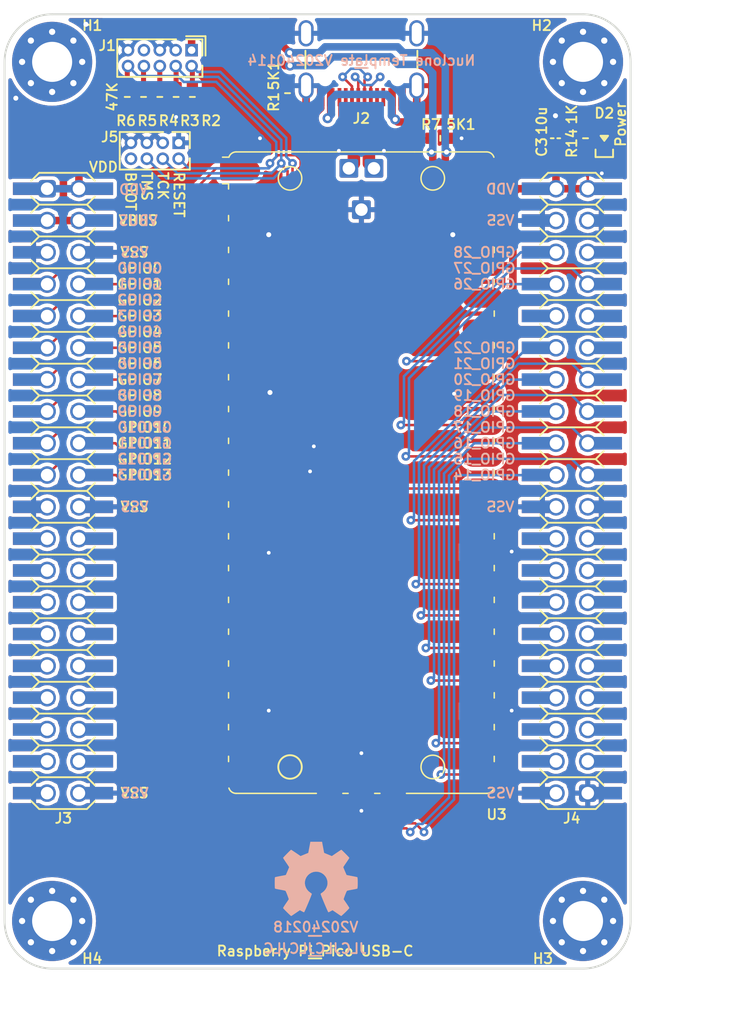
<source format=kicad_pcb>
(kicad_pcb (version 20221018) (generator pcbnew)
  (layers (0 "F.Cu" mixed) (31 "B.Cu" mixed) (34 "B.Paste" user) (35 "F.Paste" user) (36 "B.SilkS" user "B.Silkscreen") (37 "F.SilkS" user "F.Silkscreen") (38 "B.Mask" user) (39 "F.Mask" user) (44 "Edge.Cuts" user))
  (net 0 "")
  (net 1 "/VBUS")
  (net 3 "/VDD")
  (net 4 "/VSS")
  (net 5 "Net-(D2-A)")
  (net 6 "/GPIO_28")
  (net 7 "/GPIO_29")
  (net 8 "/GPIO_32")
  (net 9 "/GPIO_31")
  (net 10 "/GPIO_30")
  (net 11 "/GPIO_35")
  (net 12 "/GPIO_34")
  (net 13 "/GPIO_33")
  (net 14 "/TMS")
  (net 15 "/TCK")
  (net 16 "/TDO")
  (net 17 "/TDI")
  (net 18 "/RESET")
  (net 21 "/VSYS")
  (net 22 "/GPIO_20")
  (net 23 "/GPIO_23")
  (net 24 "/GPIO_27")
  (net 25 "/GPIO_16")
  (net 26 "/GPIO_21")
  (net 27 "/GPIO_19")
  (net 28 "/GPIO_17")
  (net 29 "/GPIO_18")
  (net 30 "/GPIO_15")
  (net 31 "/GPIO_14")
  (net 32 "/GPIO_22")
  (net 33 "/GPIO_24")
  (net 34 "/GPIO_25")
  (net 35 "/GPIO_26")
  (net 36 "/GPIO_13")
  (net 37 "/GPIO_12")
  (net 38 "/GPIO_11")
  (net 39 "/GPIO_10")
  (net 40 "/GPIO_09")
  (net 41 "/GPIO_08")
  (net 42 "/GPIO_07")
  (net 43 "/GPIO_06")
  (net 44 "/GPIO_05")
  (net 45 "/GPIO_04")
  (net 46 "/GPIO_03")
  (net 47 "/GPIO_02")
  (net 48 "/GPIO_01")
  (net 49 "/GPIO_00")
  (net 50 "/GPIO_41")
  (net 51 "/GPIO_40")
  (net 52 "/GPIO_39")
  (net 53 "/GPIO_38")
  (net 54 "/GPIO_37")
  (net 55 "/GPIO_36")
  (net 56 "/GPIO_45")
  (net 57 "/GPIO_44")
  (net 58 "/GPIO_43")
  (net 59 "/GPIO_42")
  (net 60 "/GPIO_61")
  (net 61 "/GPIO_60")
  (net 62 "/GPIO_59")
  (net 63 "/GPIO_58")
  (net 64 "/GPIO_57")
  (net 65 "/GPIO_56")
  (net 66 "/GPIO_55")
  (net 67 "/GPIO_54")
  (net 68 "/GPIO_53")
  (net 69 "/GPIO_52")
  (net 70 "/GPIO_51")
  (net 71 "/GPIO_50")
  (net 72 "/GPIO_49")
  (net 73 "/GPIO_48")
  (net 74 "/GPIO_47")
  (net 75 "/GPIO_46")
  (net 76 "Net-(J2-CC1)")
  (net 77 "/USB_D+")
  (net 78 "/USB_D-")
  (net 80 "Net-(J2-CC2)")
  (footprint "SquantorPcbOutline:MountingHole_3.2mm_M3_Pad_Via" (layer "F.Cu") (at 63.9 64.8)
    (fp_text reference "H1")
    (fp_text value "MountingHole")
  )
  (footprint "SquantorPcbOutline:MountingHole_3.2mm_M3_Pad_Via" (layer "F.Cu") (at 106.3 64.8)
    (fp_text reference "H2")
    (fp_text value "MountingHole")
  )
  (footprint "SquantorPcbOutline:MountingHole_3.2mm_M3_Pad_Via" (layer "F.Cu") (at 106.3 133.4)
    (fp_text reference "H3")
    (fp_text value "MountingHole")
  )
  (footprint "SquantorPcbOutline:MountingHole_3.2mm_M3_Pad_Via" (layer "F.Cu") (at 63.9 133.4)
    (fp_text reference "H4")
    (fp_text value "MountingHole")
  )
  (footprint "SquantorConnectors:Header-0127-2X05-H006" (layer "F.Cu") (at 72.5 64.5 180)
    (fp_text reference "J1")
    (fp_text value "JTAG_2X05")
  )
  (footprint "SquantorResistor:R_0603_hand" (layer "F.Cu") (at 73.8 67.6 -90)
    (fp_text reference "R3")
    (fp_text value "47K")
  )
  (footprint "SquantorResistor:R_0603_hand" (layer "F.Cu") (at 71.2 67.6 -90)
    (fp_text reference "R5")
    (fp_text value "47K")
  )
  (footprint "SquantorResistor:R_0603_hand" (layer "F.Cu") (at 69.9 67.6 -90)
    (fp_text reference "R6")
    (fp_text value "47K")
  )
  (footprint "SquantorLabels:Label_Generic" (layer "F.Cu") (at 84.9 135.7875)
    (fp_text reference "N4" hide)
    (fp_text value "Raspberry Pi Pico USB-C")
  )
  (footprint "SquantorDiodes:LED_0603_hand" (layer "F.Cu") (at 108 70.9 90)
    (fp_text reference "D2")
    (fp_text value "GREEN")
  )
  (footprint "SquantorResistor:R_0603_hand" (layer "F.Cu") (at 106.5 70.9 -90)
    (fp_text reference "R14")
    (fp_text value "1K")
  )
  (footprint "SquantorConnectorsNamed:nuclone_medium_right_stacked" (layer "F.Cu") (at 105.41 99.06 90)
    (fp_text reference "J4")
    (fp_text value "nuclone_medium_right")
  )
  (footprint "SquantorResistor:R_0603_hand" (layer "F.Cu") (at 75.1 67.6 -90)
    (fp_text reference "R2")
    (fp_text value "47K")
  )
  (footprint "SquantorResistor:R_0603_hand" (layer "F.Cu") (at 72.5 67.6 -90)
    (fp_text reference "R4")
    (fp_text value "47K")
  )
  (footprint "SquantorCapacitor:C_0603" (layer "F.Cu") (at 104.1 70.9 90)
    (fp_text reference "C3")
    (fp_text value "10u")
  )
  (footprint "SquantorConnectorsNamed:nuclone_medium_left_stacked" (layer "F.Cu") (at 64.77 99.06 -90)
    (fp_text reference "J3")
    (fp_text value "nuclone_medium_left")
  )
  (footprint "SquantorResistor:R_0603_hand" (layer "F.Cu") (at 82.7 67.3 -90)
    (fp_text reference "R1")
    (fp_text value "5K1")
  )
  (footprint "SquantorModules:RaspberryPi_Pico_Original_SMD_nokeepout_USB_TP_TH" (layer "F.Cu") (at 88.6 97.6)
    (fp_text reference "U3")
    (fp_text value "RaspberryPiPico")
  )
  (footprint "SquantorUsb:USB-C-HRO-31-M-12_aisler" (layer "F.Cu") (at 88.6 67.615 180)
    (fp_text reference "J2")
    (fp_text value "USB-C_PD_USB")
  )
  (footprint "SquantorResistor:R_0603_hand" (layer "F.Cu") (at 94.9 70.9 180)
    (fp_text reference "R7")
    (fp_text value "5K1")
  )
  (footprint "SquantorConnectors:Header-0127-2X04-H006" (layer "F.Cu") (at 72.1 71.9 180)
    (fp_text reference "J5")
    (fp_text value "Conn_02x06_Odd_Even")
  )
  (footprint "SquantorLabels:Label_Generic" (layer "B.Cu") (at 84.9 133.9875 180)
    (fp_text reference "N2" hide)
    (fp_text value "V20240218")
  )
  (footprint "Symbol:OSHW-Symbol_6.7x6mm_SilkScreen" (layer "B.Cu") (at 85 130.05 180)
    (fp_text reference "N1" hide)
    (fp_text value "OHWLOGO" hide)
  )
  (footprint "SquantorLabels:Label_Generic" (layer "B.Cu") (at 84.9 135.5875 180)
    (fp_text reference "N3" hide)
    (fp_text value "JLCJLCJLCJLC")
  )
  (footprint "SquantorLabels:Label_Generic" (layer "B.Cu") (at 88.6 64.6875 180)
    (fp_text reference "N5" hide)
    (fp_text value "Nuclone Template V20240114")
  )
  (gr_line (start 76.15 62.75) (end 74.6 62.75) (stroke (width 0.15)) (layer "F.SilkS"))
  (gr_line (start 76.15 62.75) (end 76.15 64.3) (stroke (width 0.15)) (layer "F.SilkS"))
  (gr_line (start 106.3 61) (end 63.9 61) (stroke (width 0.15)) (layer "Edge.Cuts"))
  (gr_arc (start 110.1 133.4) (mid 108.987006 136.087006) (end 106.3 137.2) (stroke (width 0.15)) (layer "Edge.Cuts"))
  (gr_arc (start 63.9 137.2) (mid 61.212994 136.087006) (end 60.1 133.4) (stroke (width 0.15)) (layer "Edge.Cuts"))
  (gr_arc (start 60.1 64.8) (mid 61.212994 62.112994) (end 63.9 61) (stroke (width 0.15)) (layer "Edge.Cuts"))
  (gr_arc (start 106.3 61) (mid 108.987006 62.112994) (end 110.1 64.8) (stroke (width 0.15)) (layer "Edge.Cuts"))
  (gr_line (start 110.1 133.4) (end 110.1 64.8) (stroke (width 0.15)) (layer "Edge.Cuts"))
  (gr_line (start 60.1 64.8) (end 60.1 133.4) (stroke (width 0.15)) (layer "Edge.Cuts"))
  (gr_line (start 63.9 137.2) (end 106.3 137.2) (stroke (width 0.15)) (layer "Edge.Cuts"))
  (gr_text "Power" (at 109.3 69.8 90) (layer "F.SilkS") (effects (font (size 0.8 0.8) (thickness 0.15) bold)))
  (gr_text "RESET\nTCK\nTMS\nBOOT" (at 69.7 73.5 270) (layer "F.SilkS") (effects (font (size 0.8 0.8) (thickness 0.15) bold) (justify left bottom)))
  (segment (start 91.05 69.15) (end 91.05 67.615) (width 0.6) (layer "F.Cu") (net 1))
  (segment (start 91.3 69.4) (end 91.5 69.6) (width 0.6) (layer "F.Cu") (net 1))
  (segment (start 97.49 69.99) (end 97.49 73.47) (width 0.6) (layer "F.Cu") (net 1))
  (segment (start 91.3 69.4) (end 91.05 69.15) (width 0.6) (layer "F.Cu") (net 1))
  (segment (start 86.15 67.615) (end 86.15 69.05) (width 0.6) (layer "F.Cu") (net 1))
  (segment (start 97.1 69.6) (end 97.49 69.99) (width 0.6) (layer "F.Cu") (net 1))
  (segment (start 86.15 69.05) (end 85.9 69.3) (width 0.6) (layer "F.Cu") (net 1))
  (segment (start 91.5 69.6) (end 97.1 69.6) (width 0.6) (layer "F.Cu") (net 1))
  (via (at 91.3 69.4) (size 0.8) (drill 0.4) (layers "F.Cu" "B.Cu") (net 1))
  (via (at 85.9 69.3) (size 0.8) (drill 0.4) (layers "F.Cu" "B.Cu") (net 1))
  (segment (start 91 67.8) (end 91 69.1) (width 0.6) (layer "B.Cu") (net 1))
  (segment (start 91 69.1) (end 91.3 69.4) (width 0.6) (layer "B.Cu") (net 1))
  (segment (start 86.2 69) (end 86.2 67.8) (width 0.6) (layer "B.Cu") (net 1))
  (segment (start 86.2 67.8) (end 86.6 67.4) (width 0.6) (layer "B.Cu") (net 1))
  (segment (start 86.6 67.4) (end 90.6 67.4) (width 0.6) (layer "B.Cu") (net 1))
  (segment (start 90.6 67.4) (end 91 67.8) (width 0.6) (layer "B.Cu") (net 1))
  (segment (start 85.9 69.3) (end 86.2 69) (width 0.6) (layer "B.Cu") (net 1))
  (segment (start 100.69 81.09) (end 97.49 81.09) (width 0.6) (layer "F.Cu") (net 3))
  (segment (start 82.9 65.1) (end 82.5 65.1) (width 0.6) (layer "F.Cu") (net 3))
  (segment (start 106.68 73.98) (end 106.68 74.93) (width 0.2) (layer "F.Cu") (net 3))
  (segment (start 100.17 83.63) (end 100.7 83.1) (width 0.6) (layer "F.Cu") (net 3))
  (segment (start 100.7 80.4) (end 100.7 81.1) (width 0.6) (layer "F.Cu") (net 3))
  (segment (start 96.39 81.09) (end 97.49 81.09) (width 0.6) (layer "F.Cu") (net 3))
  (segment (start 72.5 68.45) (end 72.5 69.2) (width 0.2) (layer "F.Cu") (net 3))
  (segment (start 106.68 74.93) (end 104.14 74.93) (width 0.6) (layer "F.Cu") (net 3))
  (segment (start 72.5 69.2) (end 73.3 70) (width 0.2) (layer "F.Cu") (net 3))
  (segment (start 97.49 83.63) (end 100.17 83.63) (width 0.6) (layer "F.Cu") (net 3))
  (segment (start 71.2 68.45) (end 69.9 68.45) (width 0.2) (layer "F.Cu") (net 3))
  (segment (start 73.3 70) (end 74.2 70) (width 0.2) (layer "F.Cu") (net 3))
  (segment (start 100.7 80.4) (end 100.7 80.1) (width 0.6) (layer "F.Cu") (net 3))
  (segment (start 75.04 62.64) (end 75 62.6) (width 0.6) (layer "F.Cu") (net 3))
  (segment (start 94.3 79) (end 96.39 81.09) (width 0.6) (layer "F.Cu") (net 3))
  (segment (start 75.04 63.865) (end 75.04 62.64) (width 0.6) (layer "F.Cu") (net 3))
  (segment (start 67.3 68.3) (end 68.2 67.4) (width 0.2) (layer "F.Cu") (net 3))
  (segment (start 94.2 72) (end 94.3 72.1) (width 0.6) (layer "F.Cu") (net 3))
  (segment (start 94.3 72.1) (end 94.3 79) (width 0.6) (layer "F.Cu") (net 3))
  (segment (start 104.1 71.65) (end 104.1 73.5) (width 0.6) (layer "F.Cu") (net 3))
  (segment (start 68.2 67.4) (end 69.25 68.45) (width 0.2) (layer "F.Cu") (net 3))
  (segment (start 80 62.6) (end 75 62.6) (width 0.6) (layer "F.Cu") (net 3))
  (segment (start 68.7 66.9) (end 68.7 63) (width 0.6) (layer "F.Cu") (net 3))
  (segment (start 82.5 65.1) (end 80 62.6) (width 0.6) (layer "F.Cu") (net 3))
  (segment (start 100.7 83.1) (end 100.7 80.4) (width 0.6) (layer "F.Cu") (net 3))
  (segment (start 100.7 75.3) (end 100.7 80.1) (width 0.6) (layer "F.Cu") (net 3))
  (segment (start 100.7 81.1) (end 100.69 81.09) (width 0.6) (layer "F.Cu") (net 3))
  (segment (start 104.14 73.54) (end 104.14 74.93) (width 0.6) (layer "F.Cu") (net 3))
  (segment (start 68.7 63) (end 69.1 62.6) (width 0.6) (layer "F.Cu") (net 3))
  (segment (start 75.1 69.1) (end 75.1 68.45) (width 0.2) (layer "F.Cu") (net 3))
  (segment (start 103.06 74.93) (end 101.07 74.93) (width 0.6) (layer "F.Cu") (net 3))
  (segment (start 106.5 71.75) (end 106.5 73.8) (width 0.2) (layer "F.Cu") (net 3))
  (segment (start 104.1 73.5) (end 104.14 73.54) (width 0.6) (layer "F.Cu") (net 3))
  (segment (start 106.5 73.8) (end 106.68 73.98) (width 0.2) (layer "F.Cu") (net 3))
  (segment (start 67.3 68.3) (end 66.04 69.56) (width 0.6) (layer "F.Cu") (net 3))
  (segment (start 69.1 62.6) (end 75 62.6) (width 0.6) (layer "F.Cu") (net 3))
  (segment (start 72.5 68.45) (end 71.2 68.45) (width 0.2) (layer "F.Cu") (net 3))
  (segment (start 66.04 69.56) (end 66.04 74.93) (width 0.6) (layer "F.Cu") (net 3))
  (segment (start 69.25 68.45) (end 69.9 68.45) (width 0.2) (layer "F.Cu") (net 3))
  (segment (start 101.07 74.93) (end 100.7 75.3) (width 0.6) (layer "F.Cu") (net 3))
  (segment (start 67.3 68.3) (end 68.7 66.9) (width 0.6) (layer "F.Cu") (net 3))
  (segment (start 74.2 70) (end 75.1 69.1) (width 0.2) (layer "F.Cu") (net 3))
  (via (at 94.2 72) (size 0.8) (drill 0.4) (layers "F.Cu" "B.Cu") (net 3))
  (via (at 82.9 65.1) (size 0.8) (drill 0.4) (layers "F.Cu" "B.Cu") (net 3))
  (segment (start 94.3 71.9) (end 94.2 72) (width 0.6) (layer "B.Cu") (net 3))
  (segment (start 90.9 64.4) (end 91.5 65) (width 0.6) (layer "B.Cu") (net 3))
  (segment (start 94.3 65.7) (end 94.3 71.9) (width 0.6) (layer "B.Cu") (net 3))
  (segment (start 86.3 64.4) (end 90.9 64.4) (width 0.6) (layer "B.Cu") (net 3))
  (segment (start 66.04 74.93) (end 63.5 74.93) (width 0.6) (layer "B.Cu") (net 3))
  (segment (start 82.9 65.1) (end 85.6 65.1) (width 0.6) (layer "B.Cu") (net 3))
  (segment (start 85.6 65.1) (end 86.3 64.4) (width 0.6) (layer "B.Cu") (net 3))
  (segment (start 93.6 65) (end 94.3 65.7) (width 0.6) (layer "B.Cu") (net 3))
  (segment (start 91.5 65) (end 93.6 65) (width 0.6) (layer "B.Cu") (net 3))
  (segment (start 92.8 68.8) (end 93.02 68.58) (width 0.6) (layer "F.Cu") (net 4))
  (segment (start 85.05 68.8) (end 84.4 68.8) (width 0.6) (layer "F.Cu") (net 4))
  (segment (start 85.35 67.615) (end 85.35 68.5) (width 0.6) (layer "F.Cu") (net 4))
  (segment (start 73.8 69.2) (end 73.8 68.45) (width 0.2) (layer "F.Cu") (net 4))
  (segment (start 92.1 68.8) (end 92.8 68.8) (width 0.6) (layer "F.Cu") (net 4))
  (segment (start 85.35 68.5) (end 85.05 68.8) (width 0.6) (layer "F.Cu") (net 4))
  (segment (start 91.85 68.55) (end 92.1 68.8) (width 0.6) (layer "F.Cu") (net 4))
  (segment (start 91.85 67.615) (end 91.85 68.55) (width 0.6) (layer "F.Cu") (net 4))
  (segment (start 84.4 68.8) (end 84.18 68.58) (width 0.6) (layer "F.Cu") (net 4))
  (segment (start 93.02 68.58) (end 93.02 66.7) (width 0.6) (layer "F.Cu") (net 4))
  (segment (start 84.18 68.58) (end 84.18 66.7) (width 0.6) (layer "F.Cu") (net 4))
  (via (at 81.2 104) (size 0.7) (drill 0.3) (layers "F.Cu" "B.Cu") (net 4))
  (via (at 104.1 69.1) (size 0.8) (drill 0.4) (layers "F.Cu" "B.Cu") (net 4))
  (via (at 61 67.7) (size 0.8) (drill 0.4) (layers "F.Cu" "B.Cu") (net 4))
  (via (at 81.2 78.6) (size 0.8) (drill 0.4) (layers "F.Cu" "B.Cu") (net 4))
  (via (at 95.9 78.6) (size 0.8) (drill 0.4) (layers "F.Cu" "B.Cu") (net 4))
  (via (at 107.8 73.7) (size 0.7) (drill 0.3) (layers "F.Cu" "B.Cu") (net 4))
  (via (at 96 91.3) (size 0.7) (drill 0.3) (layers "F.Cu" "B.Cu") (net 4))
  (via (at 84.5 97.5) (size 0.7) (drill 0.3) (layers "F.Cu" "B.Cu") (net 4))
  (via (at 80.5 70.9) (size 0.7) (drill 0.3) (layers "F.Cu" "B.Cu") (net 4))
  (via (at 100.6 116.6) (size 0.7) (drill 0.3) (layers "F.Cu" "B.Cu") (net 4))
  (via (at 81.2 116.6) (size 0.7) (drill 0.3) (layers "F.Cu" "B.Cu") (net 4))
  (via (at 84.8 95.5) (size 0.7) (drill 0.3) (layers "F.Cu" "B.Cu") (net 4))
  (via (at 88.6 120) (size 0.7) (drill 0.3) (layers "F.Cu" "B.Cu") (net 4))
  (via (at 100.6 103.9) (size 0.7) (drill 0.3) (layers "F.Cu" "B.Cu") (net 4))
  (via (at 96.6 70.9) (size 0.7) (drill 0.3) (layers "F.Cu" "B.Cu") (net 4))
  (via (at 88.6 124.6) (size 0.7) (drill 0.3) (layers "F.Cu" "B.Cu") (net 4))
  (via (at 66.6 61.8) (size 0.8) (drill 0.4) (layers "F.Cu" "B.Cu") (net 4))
  (via (at 73.8 69.2) (size 0.7) (drill 0.3) (layers "F.Cu" "B.Cu") (net 4))
  (via (at 90.4 71.9) (size 0.7) (drill 0.3) (layers "F.Cu" "B.Cu") (net 4))
  (via (at 81.3 91.2) (size 0.8) (drill 0.4) (layers "F.Cu" "B.Cu") (net 4))
  (via (at 86.8 71.9) (size 0.7) (drill 0.3) (layers "F.Cu" "B.Cu") (net 4))
  (segment (start 106.5 70.05) (end 108 70.05) (width 0.2) (layer "F.Cu") (net 5))
  (segment (start 86.4 115.7) (end 91.14 120.44) (width 0.2) (layer "F.Cu") (net 14))
  (segment (start 83.1 72.9) (end 83.1 100.5) (width 0.2) (layer "F.Cu") (net 14))
  (segment (start 75.1 65.195) (end 75.04 65.135) (width 0.4) (layer "F.Cu") (net 14))
  (segment (start 86.4 103.8) (end 86.4 115.7) (width 0.2) (layer "F.Cu") (net 14))
  (segment (start 91.14 120.44) (end 91.14 121.5) (width 0.2) (layer "F.Cu") (net 14))
  (segment (start 75.1 66.75) (end 75.1 65.195) (width 0.4) (layer "F.Cu") (net 14))
  (segment (start 83.1 100.5) (end 86.4 103.8) (width 0.2) (layer "F.Cu") (net 14))
  (via (at 83.1 72.9) (size 0.7) (drill 0.3) (layers "F.Cu" "B.Cu") (net 14))
  (segment (start 77.331371 65.6) (end 75.505 65.6) (width 0.2) (layer "B.Cu") (net 14))
  (segment (start 82.469242 73.55) (end 82.134925 73.55) (width 0.2) (layer "B.Cu") (net 14))
  (segment (start 82.6 72.380758) (end 82.6 70.868629) (width 0.2) (layer "B.Cu") (net 14))
  (segment (start 82.134925 73.55) (end 81.584925 74.1) (width 0.2) (layer "B.Cu") (net 14))
  (segment (start 73.03 74.1) (end 71.465 72.535) (width 0.2) (layer "B.Cu") (net 14))
  (segment (start 83.1 72.9) (end 82.850003 72.650003) (width 0.2) (layer "B.Cu") (net 14))
  (segment (start 75.505 65.6) (end 75.04 65.135) (width 0.2) (layer "B.Cu") (net 14))
  (segment (start 81.584925 74.1) (end 73.03 74.1) (width 0.2) (layer "B.Cu") (net 14))
  (segment (start 82.850003 72.630761) (end 82.6 72.380758) (width 0.2) (layer "B.Cu") (net 14))
  (segment (start 83.1 72.919242) (end 82.469242 73.55) (width 0.2) (layer "B.Cu") (net 14))
  (segment (start 82.850003 72.650003) (end 82.850003 72.630761) (width 0.2) (layer "B.Cu") (net 14))
  (segment (start 82.6 70.868629) (end 77.331371 65.6) (width 0.2) (layer "B.Cu") (net 14))
  (segment (start 83.1 72.9) (end 83.1 72.919242) (width 0.2) (layer "B.Cu") (net 14))
  (segment (start 86 120.1) (end 86.1 120.2) (width 0.2) (layer "F.Cu") (net 15))
  (segment (start 82.7 100.665686) (end 86 103.965686) (width 0.2) (layer "F.Cu") (net 15))
  (segment (start 82.200003 73.009623) (end 82.7 73.50962) (width 0.2) (layer "F.Cu") (net 15))
  (segment (start 73.8 66.75) (end 73.8 65.165) (width 0.4) (layer "F.Cu") (net 15))
  (segment (start 86.1 121.46) (end 86.06 121.5) (width 0.2) (layer "F.Cu") (net 15))
  (segment (start 82.7 73.50962) (end 82.7 100.665686) (width 0.2) (layer "F.Cu") (net 15))
  (segment (start 82.200003 72.9) (end 82.200003 73.009623) (width 0.2) (layer "F.Cu") (net 15))
  (segment (start 73.8 65.165) (end 73.77 65.135) (width 0.4) (layer "F.Cu") (net 15))
  (segment (start 86 103.965686) (end 86 120.1) (width 0.2) (layer "F.Cu") (net 15))
  (segment (start 86.1 120.2) (end 86.1 121.46) (width 0.2) (layer "F.Cu") (net 15))
  (via (at 82.200003 72.9) (size 0.7) (drill 0.3) (layers "F.Cu" "B.Cu") (net 15))
  (segment (start 77.165686 66) (end 74.6 66) (width 0.2) (layer "B.Cu") (net 15))
  (segment (start 74.6 66) (end 73.77 65.17) (width 0.2) (layer "B.Cu") (net 15))
  (segment (start 82.200003 71.034317) (end 77.165686 66) (width 0.2) (layer "B.Cu") (net 15))
  (segment (start 82.200003 72.919236) (end 81.419239 73.7) (width 0.2) (layer "B.Cu") (net 15))
  (segment (start 73.77 65.17) (end 73.77 65.135) (width 0.2) (layer "B.Cu") (net 15))
  (segment (start 82.200003 72.9) (end 82.200003 72.919236) (width 0.2) (layer "B.Cu") (net 15))
  (segment (start 81.419239 73.7) (end 73.9 73.7) (width 0.2) (layer "B.Cu") (net 15))
  (segment (start 73.9 73.7) (end 72.735 72.535) (width 0.2) (layer "B.Cu") (net 15))
  (segment (start 82.200003 72.9) (end 82.200003 71.034317) (width 0.2) (layer "B.Cu") (net 15))
  (segment (start 72.5 66.75) (end 72.5 65.135) (width 0.4) (layer "F.Cu") (net 16))
  (segment (start 71.2 65.165) (end 71.23 65.135) (width 0.4) (layer "F.Cu") (net 17))
  (segment (start 71.2 66.75) (end 71.2 65.165) (width 0.4) (layer "F.Cu") (net 17))
  (segment (start 83.75 73.169239) (end 83.5 73.419239) (width 0.2) (layer "F.Cu") (net 18))
  (segment (start 83.369239 72.25) (end 83.75 72.630761) (width 0.2) (layer "F.Cu") (net 18))
  (segment (start 69.9 66.75) (end 69.9 65.195) (width 0.4) (layer "F.Cu") (net 18))
  (segment (start 81.3 72.9) (end 81.550003 72.649997) (width 0.2) (layer "F.Cu") (net 18))
  (segment (start 87.07 98.87) (end 97.49 98.87) (width 0.2) (layer "F.Cu") (net 18))
  (segment (start 81.550003 72.630761) (end 81.930764 72.25) (width 0.2) (layer "F.Cu") (net 18))
  (segment (start 69.9 65.195) (end 69.96 65.135) (width 0.4) (layer "F.Cu") (net 18))
  (segment (start 83.75 72.630761) (end 83.75 73.169239) (width 0.2) (layer "F.Cu") (net 18))
  (segment (start 81.550003 72.649997) (end 81.550003 72.630761) (width 0.2) (layer "F.Cu") (net 18))
  (segment (start 81.930764 72.25) (end 83.369239 72.25) (width 0.2) (layer "F.Cu") (net 18))
  (segment (start 83.5 73.419239) (end 83.5 95.3) (width 0.2) (layer "F.Cu") (net 18))
  (segment (start 83.5 95.3) (end 87.07 98.87) (width 0.2) (layer "F.Cu") (net 18))
  (via (at 81.3 72.9) (size 0.7) (drill 0.3) (layers "F.Cu" "B.Cu") (net 18))
  (segment (start 81.3 73.2) (end 81.2 73.3) (width 0.2) (layer "B.Cu") (net 18))
  (segment (start 81.3 72.9) (end 81.3 73.2) (width 0.2) (layer "B.Cu") (net 18))
  (segment (start 74.8 73.3) (end 74.035 72.535) (width 0.2) (layer "B.Cu") (net 18))
  (segment (start 74.4 66.4) (end 73.935 65.935) (width 0.2) (layer "B.Cu") (net 18))
  (segment (start 81.800003 71.200003) (end 77 66.4) (width 0.2) (layer "B.Cu") (net 18))
  (segment (start 81.3 72.880764) (end 81.800003 72.380761) (width 0.2) (layer "B.Cu") (net 18))
  (segment (start 74.035 72.535) (end 74.005 72.535) (width 0.2) (layer "B.Cu") (net 18))
  (segment (start 73.935 65.935) (end 70.76 65.935) (width 0.2) (layer "B.Cu") (net 18))
  (segment (start 81.3 72.9) (end 81.3 72.880764) (width 0.2) (layer "B.Cu") (net 18))
  (segment (start 77 66.4) (end 74.4 66.4) (width 0.2) (layer "B.Cu") (net 18))
  (segment (start 70.76 65.935) (end 69.96 65.135) (width 0.2) (layer "B.Cu") (net 18))
  (segment (start 81.2 73.3) (end 74.8 73.3) (width 0.2) (layer "B.Cu") (net 18))
  (segment (start 81.800003 72.380761) (end 81.800003 71.200003) (width 0.2) (layer "B.Cu") (net 18))
  (segment (start 68.7 61.7) (end 67.8 62.6) (width 0.6) (layer "F.Cu") (net 21))
  (segment (start 96.3 76.01) (end 97.49 76.01) (width 0.6) (layer "F.Cu") (net 21))
  (segment (start 95.3 75.01) (end 96.3 76.01) (width 0.6) (layer "F.Cu") (net 21))
  (segment (start 67.8 62.6) (end 67.8 66.5) (width 0.6) (layer "F.Cu") (net 21))
  (segment (start 64.8 69.5) (end 64.8 77.47) (width 0.6) (layer "F.Cu") (net 21))
  (segment (start 63.5 77.47) (end 64.8 77.47) (width 0.6) (layer "F.Cu") (net 21))
  (segment (start 64.8 77.47) (end 66.04 77.47) (width 0.6) (layer "F.Cu") (net 21))
  (segment (start 95.3 72.1) (end 95.3 75.01) (width 0.6) (layer "F.Cu") (net 21))
  (segment (start 67.8 66.5) (end 64.8 69.5) (width 0.6) (layer "F.Cu") (net 21))
  (segment (start 80.5 61.7) (end 68.7 61.7) (width 0.6) (layer "F.Cu") (net 21))
  (segment (start 95.4 72) (end 95.3 72.1) (width 0.6) (layer "F.Cu") (net 21))
  (segment (start 82.87 64.07) (end 80.5 61.7) (width 0.6) (layer "F.Cu") (net 21))
  (via (at 82.87 64.07) (size 0.8) (drill 0.4) (layers "F.Cu" "B.Cu") (net 21))
  (via (at 95.4 72) (size 0.8) (drill 0.4) (layers "F.Cu" "B.Cu") (net 21))
  (segment (start 91.5 63.6) (end 91.97 64.07) (width 0.6) (layer "B.Cu") (net 21))
  (segment (start 82.87 64.07) (end 85.23 64.07) (width 0.6) (layer "B.Cu") (net 21))
  (segment (start 85.7 63.6) (end 91.5 63.6) (width 0.6) (layer "B.Cu") (net 21))
  (segment (start 95.3 65.17) (end 95.3 71.9) (width 0.6) (layer "B.Cu") (net 21))
  (segment (start 91.97 64.07) (end 94.2 64.07) (width 0.6) (layer "B.Cu") (net 21))
  (segment (start 85.23 64.07) (end 85.7 63.6) (width 0.6) (layer "B.Cu") (net 21))
  (segment (start 95.3 71.9) (end 95.4 72) (width 0.6) (layer "B.Cu") (net 21))
  (segment (start 94.2 64.07) (end 95.3 65.17) (width 0.6) (layer "B.Cu") (net 21))
  (segment (start 68.99 97.79) (end 67.12 97.79) (width 0.2) (layer "F.Cu") (net 36))
  (segment (start 79.71 114.11) (end 77.01 114.11) (width 0.2) (layer "F.Cu") (net 36))
  (segment (start 70 107.1) (end 70 98.8) (width 0.2) (layer "F.Cu") (net 36))
  (segment (start 77.01 114.11) (end 70 107.1) (width 0.2) (layer "F.Cu") (net 36))
  (segment (start 70 98.8) (end 68.99 97.79) (width 0.2) (layer "F.Cu") (net 36))
  (segment (start 76.97 111.57) (end 70.4 105) (width 0.2) (layer "F.Cu") (net 37))
  (segment (start 70.4 105) (end 70.4 97.9) (width 0.2) (layer "F.Cu") (net 37))
  (segment (start 69 96.5) (end 64.79 96.5) (width 0.2) (layer "F.Cu") (net 37))
  (segment (start 64.79 96.5) (end 63.5 97.79) (width 0.2) (layer "F.Cu") (net 37))
  (segment (start 70.4 97.9) (end 69 96.5) (width 0.2) (layer "F.Cu") (net 37))
  (segment (start 79.71 111.57) (end 76.97 111.57) (width 0.2) (layer "F.Cu") (net 37))
  (segment (start 79.71 109.03) (end 77.03 109.03) (width 0.2) (layer "F.Cu") (net 38))
  (segment (start 68.95 95.25) (end 67.12 95.25) (width 0.2) (layer "F.Cu") (net 38))
  (segment (start 77.03 109.03) (end 70.8 102.8) (width 0.2) (layer "F.Cu") (net 38))
  (segment (start 70.8 102.8) (end 70.8 97.1) (width 0.2) (layer "F.Cu") (net 38))
  (segment (start 70.8 97.1) (end 68.95 95.25) (width 0.2) (layer "F.Cu") (net 38))
  (segment (start 69 94) (end 71.2 96.2) (width 0.2) (layer "F.Cu") (net 39))
  (segment (start 71.2 100.7) (end 76.99 106.49) (width 0.2) (layer "F.Cu") (net 39))
  (segment (start 76.99 106.49) (end 79.71 106.49) (width 0.2) (layer "F.Cu") (net 39))
  (segment (start 64.75 94) (end 69 94) (width 0.2) (layer "F.Cu") (net 39))
  (segment (start 71.2 96.2) (end 71.2 100.7) (width 0.2) (layer "F.Cu") (net 39))
  (segment (start 63.5 95.25) (end 64.75 94) (width 0.2) (layer "F.Cu") (net 39))
  (segment (start 69.2 93.6) (end 77.01 101.41) (width 0.2) (layer "F.Cu") (net 40))
  (segment (start 67.12 92.71) (end 69.01 92.71) (width 0.2) (layer "F.Cu") (net 40))
  (segment (start 69.01 92.71) (end 69.2 92.9) (width 0.2) (layer "F.Cu") (net 40))
  (segment (start 77.01 101.41) (end 79.71 101.41) (width 0.2) (layer "F.Cu") (net 40))
  (segment (start 69.2 92.9) (end 69.2 93.6) (width 0.2) (layer "F.Cu") (net 40))
  (segment (start 79.71 98.87) (end 77.07 98.87) (width 0.2) (layer "F.Cu") (net 41))
  (segment (start 77.07 98.87) (end 69.6 91.4) (width 0.2) (layer "F.Cu") (net 41))
  (segment (start 69.6 91.4) (end 64.81 91.4) (width 0.2) (layer "F.Cu") (net 41))
  (segment (start 64.81 91.4) (end 63.5 92.71) (width 0.2) (layer "F.Cu") (net 41))
  (segment (start 79.71 96.33) (end 77.03 96.33) (width 0.2) (layer "F.Cu") (net 42))
  (segment (start 70.87 90.17) (end 67.12 90.17) (width 0.2) (layer "F.Cu") (net 42))
  (segment (start 77.03 96.33) (end 70.87 90.17) (width 0.2) (layer "F.Cu") (net 42))
  (segment (start 76.99 93.79) (end 72.1 88.9) (width 0.2) (layer "F.Cu") (net 43))
  (segment (start 79.71 93.79) (end 76.99 93.79) (width 0.2) (layer "F.Cu") (net 43))
  (segment (start 72.1 88.9) (end 64.77 88.9) (width 0.2) (layer "F.Cu") (net 43))
  (segment (start 64.77 88.9) (end 63.5 90.17) (width 0.2) (layer "F.Cu") (net 43))
  (segment (start 76.03 87.63) (end 67.12 87.63) (width 0.2) (layer "F.Cu") (net 44))
  (segment (start 79.71 88.71) (end 77.11 88.71) (width 0.2) (layer "F.Cu") (net 44))
  (segment (start 77.11 88.71) (end 76.03 87.63) (width 0.2) (layer "F.Cu") (net 44))
  (segment (start 64.83 86.3) (end 63.5 87.63) (width 0.2) (layer "F.Cu") (net 45))
  (segment (start 76.25 86.3) (end 64.83 86.3) (width 0.2) (layer "F.Cu") (net 45))
  (segment (start 79.71 86.17) (end 76.38 86.17) (width 0.2) (layer "F.Cu") (net 45))
  (segment (start 76.38 86.17) (end 76.25 86.3) (width 0.2) (layer "F.Cu") (net 45))
  (segment (start 68.31 85.09) (end 67.12 85.09) (width 0.2) (layer "F.Cu") (net 46))
  (segment (start 79.71 83.63) (end 77.07 83.63) (width 0.2) (layer "F.Cu") (net 46))
  (segment (start 75.6 85.1) (end 68.32 85.1) (width 0.2) (layer "F.Cu") (net 46))
  (segment (start 68.32 85.1) (end 68.31 85.09) (width 0.2) (layer "F.Cu") (net 46))
  (segment (start 77.07 83.63) (end 75.6 85.1) (width 0.2) (layer "F.Cu") (net 46))
  (segment (start 64.79 83.8) (end 63.5 85.09) (width 0.2) (layer "F.Cu") (net 47))
  (segment (start 77.01 81.09) (end 74.3 83.8) (width 0.2) (layer "F.Cu") (net 47))
  (segment (start 79.71 81.09) (end 77.01 81.09) (width 0.2) (layer "F.Cu") (net 47))
  (segment (start 74.3 83.8) (end 64.79 83.8) (width 0.2) (layer "F.Cu") (net 47))
  (segment (start 79.71 76.01) (end 77.09 76.01) (width 0.2) (layer "F.Cu") (net 48))
  (segment (start 70.55 82.55) (end 67.12 82.55) (width 0.2) (layer "F.Cu") (net 48))
  (segment (start 77.09 76.01) (end 70.55 82.55) (width 0.2) (layer "F.Cu") (net 48))
  (segment (start 79.54 73.3) (end 79.71 73.47) (width 0.2) (layer "F.Cu") (net 49))
  (segment (start 69 81.3) (end 77 73.3) (width 0.2) (layer "F.Cu") (net 49))
  (segment (start 63.5 82.55) (end 64.75 81.3) (width 0.2) (layer "F.Cu") (net 49))
  (segment (start 64.75 81.3) (end 69 81.3) (width 0.2) (layer "F.Cu") (net 49))
  (segment (start 77 73.3) (end 79.54 73.3) (width 0.2) (layer "F.Cu") (net 49))
  (segment (start 92.2 88.7) (end 97.48 88.7) (width 0.2) (layer "F.Cu") (net 61))
  (segment (start 101.91 80.01) (end 103.06 80.01) (width 0.2) (layer "F.Cu") (net 61))
  (segment (start 97.48 88.7) (end 97.49 88.71) (width 0.2) (layer "F.Cu") (net 61))
  (via (at 92.2 88.7) (size 0.7) (drill 0.3) (layers "F.Cu" "B.Cu") (net 61))
  (segment (start 92.634314 88.7) (end 101.324314 80.01) (width 0.2) (layer "B.Cu") (net 61))
  (segment (start 92.2 88.7) (end 92.634314 88.7) (width 0.2) (layer "B.Cu") (net 61))
  (segment (start 101.324314 80.01) (end 103.06 80.01) (width 0.2) (layer "B.Cu") (net 61))
  (segment (start 97.48 93.8) (end 97.49 93.79) (width 0.2) (layer "F.Cu") (net 62))
  (segment (start 91.75 93.8) (end 97.48 93.8) (width 0.2) (layer "F.Cu") (net 62))
  (via (at 91.75 93.8) (size 0.7) (drill 0.3) (layers "F.Cu" "B.Cu") (net 62))
  (segment (start 106.68 82.55) (end 105.43 81.3) (width 0.2) (layer "B.Cu") (net 62))
  (segment (start 92 93.55) (end 91.75 93.8) (width 0.2) (layer "B.Cu") (net 62))
  (segment (start 107.76 82.55) (end 106.68 82.55) (width 0.2) (layer "B.Cu") (net 62))
  (segment (start 105.43 81.3) (end 100.6 81.3) (width 0.2) (layer "B.Cu") (net 62))
  (segment (start 92 89.9) (end 92 93.55) (width 0.2) (layer "B.Cu") (net 62))
  (segment (start 100.6 81.3) (end 92 89.9) (width 0.2) (layer "B.Cu") (net 62))
  (segment (start 97.46 96.3) (end 97.49 96.33) (width 0.2) (layer "F.Cu") (net 63))
  (segment (start 92.15 96.3) (end 97.46 96.3) (width 0.2) (layer "F.Cu") (net 63))
  (via (at 92.15 96.3) (size 0.7) (drill 0.3) (layers "F.Cu" "B.Cu") (net 63))
  (segment (start 92.4 90.065686) (end 92.4 96.05) (width 0.2) (layer "B.Cu") (net 63))
  (segment (start 92.4 96.05) (end 92.15 96.3) (width 0.2) (layer "B.Cu") (net 63))
  (segment (start 99.915686 82.55) (end 92.4 90.065686) (width 0.2) (layer "B.Cu") (net 63))
  (segment (start 103.06 82.55) (end 99.915686 82.55) (width 0.2) (layer "B.Cu") (net 63))
  (segment (start 92.55 101.4) (end 97.48 101.4) (width 0.2) (layer "F.Cu") (net 67))
  (segment (start 97.48 101.4) (end 97.49 101.41) (width 0.2) (layer "F.Cu") (net 67))
  (via (at 92.55 101.4) (size 0.7) (drill 0.3) (layers "F.Cu" "B.Cu") (net 67))
  (segment (start 92.55 101.4) (end 92.8 101.15) (width 0.2) (layer "B.Cu") (net 67))
  (segment (start 92.8 101.15) (end 92.8 96.674515) (width 0.2) (layer "B.Cu") (net 67))
  (segment (start 101.844515 87.63) (end 103.06 87.63) (width 0.2) (layer "B.Cu") (net 67))
  (segment (start 92.8 96.674515) (end 101.844515 87.63) (width 0.2) (layer "B.Cu") (net 67))
  (segment (start 97.48 106.5) (end 97.49 106.49) (width 0.2) (layer "F.Cu") (net 68))
  (segment (start 92.95 106.5) (end 97.48 106.5) (width 0.2) (layer "F.Cu") (net 68))
  (via (at 92.95 106.5) (size 0.7) (drill 0.3) (layers "F.Cu" "B.Cu") (net 68))
  (segment (start 105.41 88.9) (end 101.140201 88.9) (width 0.2) (layer "B.Cu") (net 68))
  (segment (start 101.140201 88.9) (end 93.2 96.840201) (width 0.2) (layer "B.Cu") (net 68))
  (segment (start 93.2 106.25) (end 92.95 106.5) (width 0.2) (layer "B.Cu") (net 68))
  (segment (start 106.68 90.17) (end 105.41 88.9) (width 0.2) (layer "B.Cu") (net 68))
  (segment (start 93.2 96.840201) (end 93.2 106.25) (width 0.2) (layer "B.Cu") (net 68))
  (segment (start 97.46 109) (end 97.49 109.03) (width 0.2) (layer "F.Cu") (net 69))
  (segment (start 93.35 109) (end 97.46 109) (width 0.2) (layer "F.Cu") (net 69))
  (via (at 93.35 109) (size 0.7) (drill 0.3) (layers "F.Cu" "B.Cu") (net 69))
  (segment (start 93.6 108.75) (end 93.35 109) (width 0.2) (layer "B.Cu") (net 69))
  (segment (start 103.06 90.17) (end 100.435886 90.17) (width 0.2) (layer "B.Cu") (net 69))
  (segment (start 93.6 97.005886) (end 93.6 108.75) (width 0.2) (layer "B.Cu") (net 69))
  (segment (start 100.435886 90.17) (end 93.6 97.005886) (width 0.2) (layer "B.Cu") (net 69))
  (segment (start 97.46 111.6) (end 97.49 111.57) (width 0.2) (layer "F.Cu") (net 70))
  (segment (start 93.75 111.6) (end 97.46 111.6) (width 0.2) (layer "F.Cu") (net 70))
  (via (at 93.75 111.6) (size 0.7) (drill 0.3) (layers "F.Cu" "B.Cu") (net 70))
  (segment (start 105.37 91.4) (end 99.771571 91.4) (width 0.2) (layer "B.Cu") (net 70))
  (segment (start 94 111.35) (end 93.75 111.6) (width 0.2) (layer "B.Cu") (net 70))
  (segment (start 99.771571 91.4) (end 94 97.171571) (width 0.2) (layer "B.Cu") (net 70))
  (segment (start 94 97.171571) (end 94 111.35) (width 0.2) (layer "B.Cu") (net 70))
  (segment (start 106.68 92.71) (end 105.37 91.4) (width 0.2) (layer "B.Cu") (net 70))
  (segment (start 97.4 114.2) (end 97.49 114.11) (width 0.2) (layer "F.Cu") (net 71))
  (segment (start 94.15 114.2) (end 97.4 114.2) (width 0.2) (layer "F.Cu") (net 71))
  (via (at 94.15 114.2) (size 0.7) (drill 0.3) (layers "F.Cu" "B.Cu") (net 71))
  (segment (start 94.4 97.337256) (end 94.4 113.95) (width 0.2) (layer "B.Cu") (net 71))
  (segment (start 99.027256 92.71) (end 94.4 97.337256) (width 0.2) (layer "B.Cu") (net 71))
  (segment (start 94.4 113.95) (end 94.15 114.2) (width 0.2) (layer "B.Cu") (net 71))
  (segment (start 103.06 92.71) (end 99.027256 92.71) (width 0.2) (layer "B.Cu") (net 71))
  (segment (start 94.55 119.2) (end 97.48 119.2) (width 0.2) (layer "F.Cu") (net 72))
  (segment (start 97.48 119.2) (end 97.49 119.19) (width 0.2) (layer "F.Cu") (net 72))
  (via (at 94.55 119.2) (size 0.7) (drill 0.3) (layers "F.Cu" "B.Cu") (net 72))
  (segment (start 98.302942 94) (end 94.8 97.502942) (width 0.2) (layer "B.Cu") (net 72))
  (segment (start 105.43 94) (end 98.302942 94) (width 0.2) (layer "B.Cu") (net 72))
  (segment (start 94.8 97.502942) (end 94.8 118.95) (width 0.2) (layer "B.Cu") (net 72))
  (segment (start 94.8 118.95) (end 94.55 119.2) (width 0.2) (layer "B.Cu") (net 72))
  (segment (start 106.68 95.25) (end 105.43 94) (width 0.2) (layer "B.Cu") (net 72))
  (segment (start 97.46 121.7) (end 97.49 121.73) (width 0.2) (layer "F.Cu") (net 73))
  (segment (start 94.95 121.7) (end 97.46 121.7) (width 0.2) (layer "F.Cu") (net 73))
  (via (at 94.95 121.7) (size 0.7) (drill 0.3) (layers "F.Cu" "B.Cu") (net 73))
  (segment (start 97.618628 95.25) (end 103.06 95.25) (width 0.2) (layer "B.Cu") (net 73))
  (segment (start 94.95 121.7) (end 95.2 121.45) (width 0.2) (layer "B.Cu") (net 73))
  (segment (start 95.2 97.668628) (end 97.618628 95.25) (width 0.2) (layer "B.Cu") (net 73))
  (segment (start 95.2 121.45) (end 95.2 97.668628) (width 0.2) (layer "B.Cu") (net 73))
  (segment (start 85 126) (end 80.73 121.73) (width 0.2) (layer "F.Cu") (net 74))
  (segment (start 92.2 126) (end 85 126) (width 0.2) (layer "F.Cu") (net 74))
  (segment (start 92.5 126.3) (end 92.2 126) (width 0.2) (layer "F.Cu") (net 74))
  (segment (start 80.73 121.73) (end 79.71 121.73) (width 0.2) (layer "F.Cu") (net 74))
  (via (at 92.5 126.3) (size 0.7) (drill 0.3) (layers "F.Cu" "B.Cu") (net 74))
  (segment (start 95.6 123.534314) (end 93.484314 125.65) (width 0.2) (layer "B.Cu") (net 74))
  (segment (start 92.5 126.280761) (end 92.5 126.3) (width 0.2) (layer "B.Cu") (net 74))
  (segment (start 106.68 97.79) (end 105.39 96.5) (width 0.2) (layer "B.Cu") (net 74))
  (segment (start 105.39 96.5) (end 96.934314 96.5) (width 0.2) (layer "B.Cu") (net 74))
  (segment (start 95.6 97.834314) (end 95.6 123.534314) (width 0.2) (layer "B.Cu") (net 74))
  (segment (start 93.130761 125.65) (end 92.5 126.280761) (width 0.2) (layer "B.Cu") (net 74))
  (segment (start 96.934314 96.5) (end 95.6 97.834314) (width 0.2) (layer "B.Cu") (net 74))
  (segment (start 93.484314 125.65) (end 93.130761 125.65) (width 0.2) (layer "B.Cu") (net 74))
  (segment (start 81 121.434314) (end 81 119.41) (width 0.2) (layer "F.Cu") (net 75))
  (segment (start 85.165686 125.6) (end 81 121.434314) (width 0.2) (layer "F.Cu") (net 75))
  (segment (start 92.9 125.6) (end 85.165686 125.6) (width 0.2) (layer "F.Cu") (net 75))
  (segment (start 81 119.41) (end 80.78 119.19) (width 0.2) (layer "F.Cu") (net 75))
  (segment (start 93.6 126.3) (end 92.9 125.6) (width 0.2) (layer "F.Cu") (net 75))
  (segment (start 80.78 119.19) (end 79.71 119.19) (width 0.2) (layer "F.Cu") (net 75))
  (via (at 93.6 126.3) (size 0.7) (drill 0.3) (layers "F.Cu" "B.Cu") (net 75))
  (segment (start 96.2 97.8) (end 103.05 97.8) (width 0.2) (layer "B.Cu") (net 75))
  (segment (start 96 123.7) (end 96 98) (width 0.2) (layer "B.Cu") (net 75))
  (segment (start 93.6 126.3) (end 93.6 126.1) (width 0.2) (layer "B.Cu") (net 75))
  (segment (start 93.6 126.1) (end 96 123.7) (width 0.2) (layer "B.Cu") (net 75))
  (segment (start 103.05 97.8) (end 103.06 97.79) (width 0.2) (layer "B.Cu") (net 75))
  (segment (start 96 98) (end 96.2 97.8) (width 0.2) (layer "B.Cu") (net 75))
  (segment (start 90 68.779377) (end 90 70.5) (width 0.2) (layer "F.Cu") (net 76))
  (segment (start 90.4 70.9) (end 94.05 70.9) (width 0.2) (layer "F.Cu") (net 76))
  (segment (start 89.85 67.615) (end 89.85 68.629377) (width 0.2) (layer "F.Cu") (net 76))
  (segment (start 89.85 68.629377) (end 90 68.779377) (width 0.2) (layer "F.Cu") (net 76))
  (segment (start 90 70.5) (end 90.4 70.9) (width 0.2) (layer "F.Cu") (net 76))
  (segment (start 88 72.9) (end 88 69.110748) (width 1) (layer "F.Cu") (net 77))
  (segment (start 87.85 66.75) (end 87.1 66) (width 0.2) (layer "F.Cu") (net 77))
  (segment (start 87.85 67.615) (end 87.85 68.960748) (width 0.3) (layer "F.Cu") (net 77))
  (segment (start 88.85 67.615) (end 88.85 66.25) (width 0.2) (layer "F.Cu") (net 77))
  (segment (start 87.85 68.960748) (end 88 69.110748) (width 0.3) (layer "F.Cu") (net 77))
  (segment (start 88.85 66.25) (end 89.1 66) (width 0.2) (layer "F.Cu") (net 77))
  (segment (start 87.6 73.3) (end 88 72.9) (width 1) (layer "F.Cu") (net 77))
  (segment (start 87.85 67.615) (end 87.85 66.75) (width 0.2) (layer "F.Cu") (net 77))
  (via (at 89.1 66) (size 0.7) (drill 0.3) (layers "F.Cu" "B.Cu") (net 77))
  (via (at 87.1 66) (size 0.7) (drill 0.3) (layers "F.Cu" "B.Cu") (net 77))
  (segment (start 88.45 65.35) (end 89.1 66) (width 0.2) (layer "B.Cu") (net 77))
  (segment (start 87.75 65.35) (end 88.45 65.35) (width 0.2) (layer "B.Cu") (net 77))
  (segment (start 87.1 66) (end 87.75 65.35) (width 0.2) (layer "B.Cu") (net 77))
  (segment (start 89.35 67.615) (end 89.35 68.960748) (width 0.3) (layer "F.Cu") (net 78))
  (segment (start 88.35 67.615) (end 88.35 66.25) (width 0.2) (layer "F.Cu") (net 78))
  (segment (start 89.35 67.615) (end 89.35 66.75) (width 0.2) (layer "F.Cu") (net 78))
  (segment (start 89.35 66.75) (end 90.1 66) (width 0.2) (layer "F.Cu") (net 78))
  (segment (start 89.2 72.9) (end 89.2 69.110748) (width 1) (layer "F.Cu") (net 78))
  (segment (start 89.35 68.960748) (end 89.2 69.110748) (width 0.3) (layer "F.Cu") (net 78))
  (segment (start 88.35 66.25) (end 88.1 66) (width 0.2) (layer "F.Cu") (net 78))
  (segment (start 89.6 73.3) (end 89.2 72.9) (width 1) (layer "F.Cu") (net 78))
  (via (at 90.1 66) (size 0.7) (drill 0.3) (layers "F.Cu" "B.Cu") (net 78))
  (via (at 88.1 66) (size 0.7) (drill 0.3) (layers "F.Cu" "B.Cu") (net 78))
  (segment (start 90.1 66) (end 89.45 66.65) (width 0.2) (layer "B.Cu") (net 78))
  (segment (start 88.75 66.65) (end 88.1 66) (width 0.2) (layer "B.Cu") (net 78))
  (segment (start 89.45 66.65) (end 88.75 66.65) (width 0.2) (layer "B.Cu") (net 78))
  (segment (start 86.85 67.615) (end 86.85 70.25) (width 0.2) (layer "F.Cu") (net 80))
  (segment (start 86.85 70.25) (end 86.2 70.9) (width 0.2) (layer "F.Cu") (net 80))
  (segment (start 85.35 70.9) (end 82.55 68.1) (width 0.2) (layer "F.Cu") (net 80))
  (segment (start 86.2 70.9) (end 85.35 70.9) (width 0.2) (layer "F.Cu") (net 80))
  (zone (net 4) (net_name "/VSS") (layer "F.Cu") (connect_pads (clearance 0.3)) (min_thickness 0.3) (fill yes (thermal_gap 0.3) (thermal_bridge_width 0.4))
    (polygon (pts (xy 110.1 137.2) (xy 60.1 137.2) (xy 60.1 61) (xy 110.1 61)))
  )
  (zone (net 0) (net_name "") (layer "F.Cu") (connect_pads (clearance 0)) (min_thickness 0.25)
    (keepout (tracks allowed) (vias allowed) (pads allowed) (copperpour not_allowed) (footprints allowed))
    (fill (thermal_gap 0.5) (thermal_bridge_width 0.5))
    (polygon (pts (xy 84.2 67.2) (xy 93.1 67.2) (xy 93.1 61) (xy 84.2 61)))
  )
  (zone (net 4) (net_name "/VSS") (layer "B.Cu") (connect_pads (clearance 0.3)) (min_thickness 0.3) (fill yes (thermal_gap 0.3) (thermal_bridge_width 0.4))
    (polygon (pts (xy 60.1 61) (xy 110.1 61) (xy 110.1 137.2) (xy 60.1 137.2)))
  )
)
</source>
